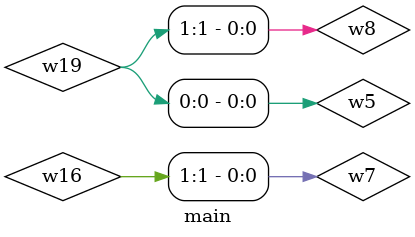
<source format=v>

`timescale 1ns/1ns

module main;    //: root_module
reg [1:0] w16;    //: /sn:0 {0}(#:354,151)(#:326,151){1}
reg [1:0] w4;    //: /sn:0 {0}(122,186)(113,186)(#:113,216)(#:97,216){1}
reg [1:0] w3;    //: /sn:0 {0}(122,181)(113,181)(#:113,158)(#:95,158){1}
reg [1:0] w9;    //: /sn:0 {0}(#:356,203)(#:328,203){1}
wire w6;    //: /sn:0 {0}(362,208)(424,208){1}
wire w7;    //: /sn:0 {0}(360,156)(390,156)(390,203)(424,203){1}
wire [1:0] w19;    //: /sn:0 {0}(528,128)(528,178)(#:484,178){1}
wire w0;    //: /sn:0 {0}(434,146)(360,146){1}
wire w1;    //: /sn:0 {0}(362,198)(404,198)(404,151)(434,151){1}
wire w8;    //: /sn:0 {0}(445,205)(447,205)(447,173)(478,173){1}
wire [1:0] w2;    //: /sn:0 {0}(#:143,184)(160,184)(160,150){1}
wire w5;    //: /sn:0 {0}(478,183)(459,183)(459,149)(455,149){1}
//: enddecls

  assign {w6, w1} = w9; //: CONCAT g8  @(357,203) /sn:0 /R:2 /w:[ 0 0 0 ] /dr:0 /tp:0 /drp:0
  _GGAND2 #(6) g4 (.I0(w0), .I1(w1), .Z(w5));   //: @(445,149) /sn:0 /w:[ 0 1 1 ]
  //: DIP g3 (w4) @(59,216) /sn:0 /R:1 /w:[ 1 ] /st:0 /dn:1
  //: DIP g2 (w3) @(57,158) /sn:0 /R:1 /w:[ 1 ] /st:0 /dn:1
  //: LED g1 (w2) @(160,143) /sn:0 /w:[ 1 ] /type:1
  //: LED g11 (w19) @(528,121) /sn:0 /w:[ 0 ] /type:1
  assign w19 = {w8, w5}; //: CONCAT g10  @(483,178) /sn:0 /w:[ 1 1 0 ] /dr:0 /tp:0 /drp:1
  //: DIP g6 (w9) @(290,203) /sn:0 /R:1 /w:[ 1 ] /st:3 /dn:1
  //: DIP g9 (w16) @(288,151) /sn:0 /R:1 /w:[ 1 ] /st:3 /dn:1
  assign {w7, w0} = w16; //: CONCAT g7  @(355,151) /sn:0 /R:2 /w:[ 0 1 0 ] /dr:0 /tp:0 /drp:0
  _GGAND2 #(6) g5 (.I0(w6), .I1(w7), .Z(w8));   //: @(435,205) /sn:0 /w:[ 1 1 0 ]
  _GGAND2x2 #(6) g0 (.I0(w3), .I1(w4), .Z(w2));   //: @(133,184) /sn:0 /w:[ 0 0 0 ]

endmodule
//: /netlistEnd


</source>
